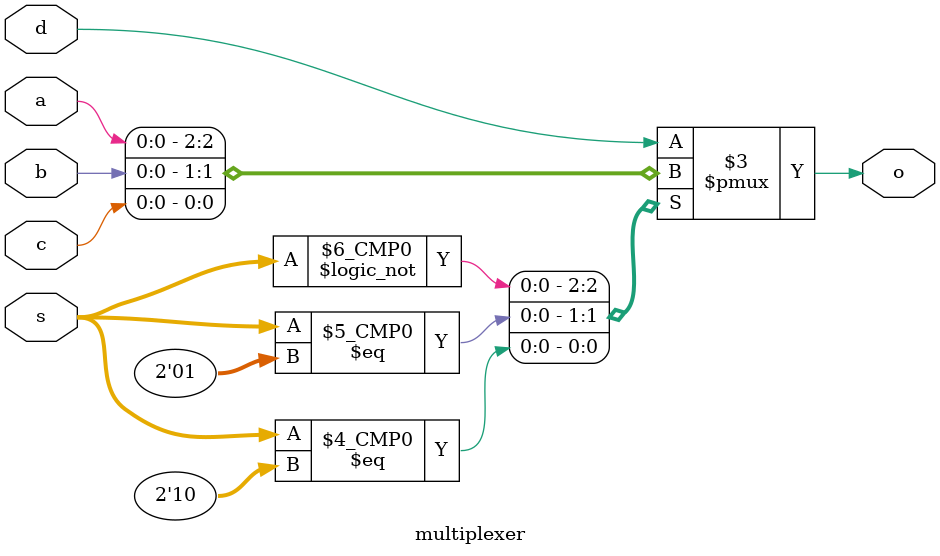
<source format=v>
module multiplexer (a, b, c, d, s, o); 
  input a,b,c,d; 
  input [1:0] s; 
  output o; 
  reg o; 
 
  always @(a or b or c or d or s) 
  begin 
    case (s) 
      2'b00   : o = a; 
      2'b01   : o = b; 
      2'b10   : o = c; 
      default : o = d; 
    endcase 
  end
  
endmodule

</source>
